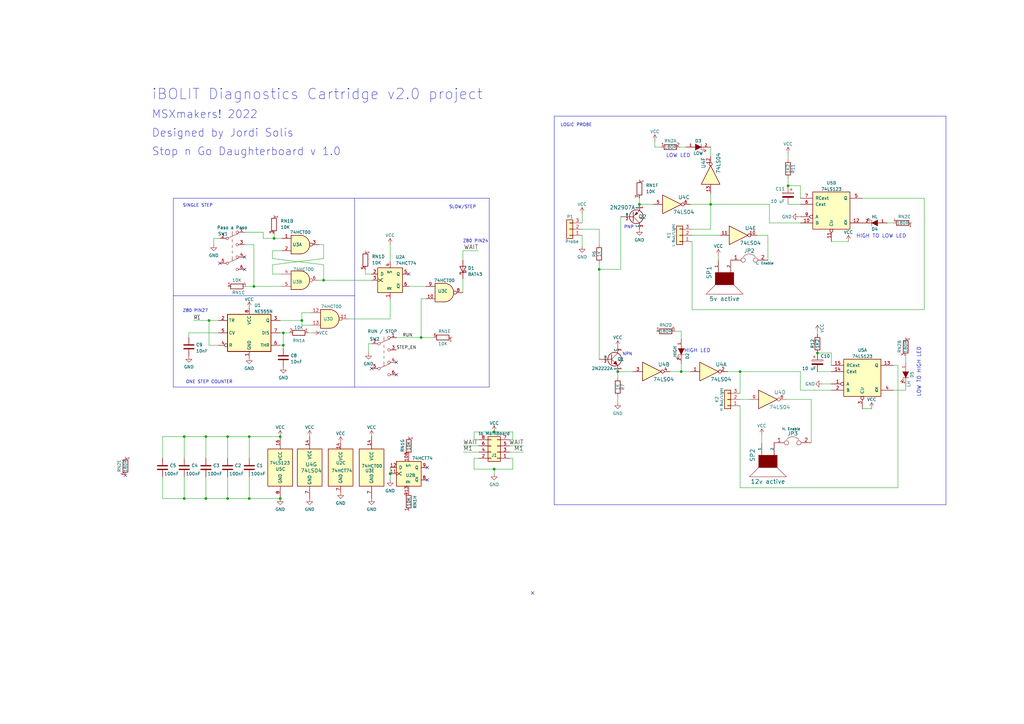
<source format=kicad_sch>
(kicad_sch (version 20231120) (generator "eeschema") (generator_version "8.0")
  (paper "A3")
  (lib_symbols
    (symbol "74xx:74LS00" (pin_names (offset 1.016))
      (property "Reference" "U" (at 0 1.27 0))
      (property "Value" "74LS00" (at 0 -1.27 0))
      (symbol "74LS00_1_1"
        (pin input line (at -7.62 2.54 0) (length 3.81) (name "~") (number "1"))
        (pin input line (at -7.62 -2.54 0) (length 3.81) (name "~") (number "2"))
        (pin output inverted (at 7.62 0 180) (length 3.81) (name "~") (number "3"))
      )
      (symbol "74LS00_1_2"
        (pin input inverted (at -7.62 2.54 0) (length 4.318) (name "~") (number "1"))
        (pin input inverted (at -7.62 -2.54 0) (length 4.318) (name "~") (number "2"))
        (pin output line (at 7.62 0 180) (length 3.81) (name "~") (number "3"))
      )
      (symbol "74LS00_2_1"
        (pin input line (at -7.62 2.54 0) (length 3.81) (name "~") (number "4"))
        (pin input line (at -7.62 -2.54 0) (length 3.81) (name "~") (number "5"))
        (pin output inverted (at 7.62 0 180) (length 3.81) (name "~") (number "6"))
      )
      (symbol "74LS00_2_2"
        (pin input inverted (at -7.62 2.54 0) (length 4.318) (name "~") (number "4"))
        (pin input inverted (at -7.62 -2.54 0) (length 4.318) (name "~") (number "5"))
        (pin output line (at 7.62 0 180) (length 3.81) (name "~") (number "6"))
      )
      (symbol "74LS00_3_1"
        (pin input line (at -7.62 -2.54 0) (length 3.81) (name "~") (number "10"))
        (pin output inverted (at 7.62 0 180) (length 3.81) (name "~") (number "8"))
        (pin input line (at -7.62 2.54 0) (length 3.81) (name "~") (number "9"))
      )
      (symbol "74LS00_3_2"
        (pin input inverted (at -7.62 -2.54 0) (length 4.318) (name "~") (number "10"))
        (pin output line (at 7.62 0 180) (length 3.81) (name "~") (number "8"))
        (pin input inverted (at -7.62 2.54 0) (length 4.318) (name "~") (number "9"))
      )
      (symbol "74LS00_4_1"
        (pin output inverted (at 7.62 0 180) (length 3.81) (name "~") (number "11"))
        (pin input line (at -7.62 2.54 0) (length 3.81) (name "~") (number "12"))
        (pin input line (at -7.62 -2.54 0) (length 3.81) (name "~") (number "13"))
      )
      (symbol "74LS00_4_2"
        (pin output line (at 7.62 0 180) (length 3.81) (name "~") (number "11"))
        (pin input inverted (at -7.62 2.54 0) (length 4.318) (name "~") (number "12"))
        (pin input inverted (at -7.62 -2.54 0) (length 4.318) (name "~") (number "13"))
      )
      (symbol "74LS00_5_0"
        (pin power_in line (at 0 12.7 270) (length 5.08) (name "VCC") (number "14"))
        (pin power_in line (at 0 -12.7 90) (length 5.08) (name "GND") (number "7"))
      )
    )
    (symbol "74xx:74LS04"
      (property "Reference" "U" (at 0 1.27 0))
      (property "Value" "74LS04" (at 0 -1.27 0))
      (symbol "74LS04_1_0"
        (pin input line (at -7.62 0 0) (length 3.81) (name "~") (number "1"))
        (pin output inverted (at 7.62 0 180) (length 3.81) (name "~") (number "2"))
      )
      (symbol "74LS04_2_0"
        (pin input line (at -7.62 0 0) (length 3.81) (name "~") (number "3"))
        (pin output inverted (at 7.62 0 180) (length 3.81) (name "~") (number "4"))
      )
      (symbol "74LS04_3_0"
        (pin input line (at -7.62 0 0) (length 3.81) (name "~") (number "5"))
        (pin output inverted (at 7.62 0 180) (length 3.81) (name "~") (number "6"))
      )
      (symbol "74LS04_4_0"
        (pin output inverted (at 7.62 0 180) (length 3.81) (name "~") (number "8"))
        (pin input line (at -7.62 0 0) (length 3.81) (name "~") (number "9"))
      )
      (symbol "74LS04_5_0"
        (pin output inverted (at 7.62 0 180) (length 3.81) (name "~") (number "10"))
        (pin input line (at -7.62 0 0) (length 3.81) (name "~") (number "11"))
      )
      (symbol "74LS04_6_0"
        (pin output inverted (at 7.62 0 180) (length 3.81) (name "~") (number "12"))
        (pin input line (at -7.62 0 0) (length 3.81) (name "~") (number "13"))
      )
      (symbol "74LS04_7_0"
        (pin power_in line (at 0 12.7 270) (length 5.08) (name "VCC") (number "14"))
        (pin power_in line (at 0 -12.7 90) (length 5.08) (name "GND") (number "7"))
      )
    )
    (symbol "74xx:74LS123" (pin_names (offset 1.016))
      (property "Reference" "U" (at -7.62 8.89 0))
      (property "Value" "74LS123" (at -7.62 -8.89 0))
      (symbol "74LS123_1_0"
        (pin input inverted (at -12.7 -2.54 0) (length 5.08) (name "A") (number "1"))
        (pin output line (at 12.7 5.08 180) (length 5.08) (name "Q") (number "13"))
        (pin input line (at -12.7 2.54 0) (length 5.08) (name "Cext") (number "14"))
        (pin input line (at -12.7 5.08 0) (length 5.08) (name "RCext") (number "15"))
        (pin input line (at -12.7 -5.08 0) (length 5.08) (name "B") (number "2"))
        (pin input inverted (at 0 -12.7 90) (length 5.08) (name "Clr") (number "3"))
        (pin output line (at 12.7 -5.08 180) (length 5.08) (name "~{Q}") (number "4"))
      )
      (symbol "74LS123_2_0"
        (pin input line (at -12.7 -5.08 0) (length 5.08) (name "B") (number "10"))
        (pin input inverted (at 0 -12.7 90) (length 5.08) (name "Clr") (number "11"))
        (pin output line (at 12.7 -5.08 180) (length 5.08) (name "~{Q}") (number "12"))
        (pin output line (at 12.7 5.08 180) (length 5.08) (name "Q") (number "5"))
        (pin input line (at -12.7 2.54 0) (length 5.08) (name "Cext") (number "6"))
        (pin input line (at -12.7 5.08 0) (length 5.08) (name "RCext") (number "7"))
        (pin input inverted (at -12.7 -2.54 0) (length 5.08) (name "A") (number "9"))
      )
      (symbol "74LS123_3_0"
        (pin power_in line (at 0 12.7 270) (length 5.08) (name "VCC") (number "16"))
        (pin power_in line (at 0 -12.7 90) (length 5.08) (name "GND") (number "8"))
      )
    )
    (symbol "74xx:74LS74" (pin_names (offset 1.016))
      (property "Reference" "U" (at -7.62 8.89 0))
      (property "Value" "74LS74" (at -7.62 -8.89 0))
      (symbol "74LS74_1_0"
        (pin input line (at 0 -7.62 90) (length 2.54) (name "~{R}") (number "1"))
        (pin input line (at -7.62 2.54 0) (length 2.54) (name "D") (number "2"))
        (pin input clock (at -7.62 0 0) (length 2.54) (name "C") (number "3"))
        (pin input line (at 0 7.62 270) (length 2.54) (name "~{S}") (number "4"))
        (pin output line (at 7.62 2.54 180) (length 2.54) (name "Q") (number "5"))
        (pin output line (at 7.62 -2.54 180) (length 2.54) (name "~{Q}") (number "6"))
      )
      (symbol "74LS74_2_0"
        (pin input line (at 0 7.62 270) (length 2.54) (name "~{S}") (number "10"))
        (pin input clock (at -7.62 0 0) (length 2.54) (name "C") (number "11"))
        (pin input line (at -7.62 2.54 0) (length 2.54) (name "D") (number "12"))
        (pin input line (at 0 -7.62 90) (length 2.54) (name "~{R}") (number "13"))
        (pin output line (at 7.62 -2.54 180) (length 2.54) (name "~{Q}") (number "8"))
        (pin output line (at 7.62 2.54 180) (length 2.54) (name "Q") (number "9"))
      )
      (symbol "74LS74_3_0"
        (pin power_in line (at 0 10.16 270) (length 2.54) (name "VCC") (number "14"))
        (pin power_in line (at 0 -10.16 90) (length 2.54) (name "GND") (number "7"))
      )
    )
    (symbol "Connector_Generic:Conn_01x03" (pin_names (offset 1.016) hide)
      (property "Reference" "J" (at 0 5.08 0))
      (property "Value" "Conn_01x03" (at 0 -5.08 0))
      (symbol "Conn_01x03_1_1"
        (pin passive line (at -5.08 2.54 0) (length 3.81) (name "Pin_1") (number "1"))
        (pin passive line (at -5.08 0 0) (length 3.81) (name "Pin_2") (number "2"))
        (pin passive line (at -5.08 -2.54 0) (length 3.81) (name "Pin_3") (number "3"))
      )
    )
    (symbol "Connector_Generic:Conn_02x04_Odd_Even" (pin_names (offset 1.016) hide)
      (property "Reference" "J" (at 1.27 5.08 0))
      (property "Value" "Conn_02x04_Odd_Even" (at 1.27 -7.62 0))
      (symbol "Conn_02x04_Odd_Even_1_1"
        (pin passive line (at -5.08 2.54 0) (length 3.81) (name "Pin_1") (number "1"))
        (pin passive line (at 7.62 2.54 180) (length 3.81) (name "Pin_2") (number "2"))
        (pin passive line (at -5.08 0 0) (length 3.81) (name "Pin_3") (number "3"))
        (pin passive line (at 7.62 0 180) (length 3.81) (name "Pin_4") (number "4"))
        (pin passive line (at -5.08 -2.54 0) (length 3.81) (name "Pin_5") (number "5"))
        (pin passive line (at 7.62 -2.54 180) (length 3.81) (name "Pin_6") (number "6"))
        (pin passive line (at -5.08 -5.08 0) (length 3.81) (name "Pin_7") (number "7"))
        (pin passive line (at 7.62 -5.08 180) (length 3.81) (name "Pin_8") (number "8"))
      )
    )
    (symbol "Device:C" (pin_numbers hide) (pin_names (offset 0.254))
      (property "Reference" "C" (at 0.635 2.54 0))
      (property "Value" "C" (at 0.635 -2.54 0))
      (symbol "C_1_1"
        (pin passive line (at 0 3.81 270) (length 2.794) (name "~") (number "1"))
        (pin passive line (at 0 -3.81 90) (length 2.794) (name "~") (number "2"))
      )
    )
    (symbol "Device:C_Polarized" (pin_numbers hide) (pin_names (offset 0.254))
      (property "Reference" "C" (at 0.635 2.54 0))
      (property "Value" "C_Polarized" (at 0.635 -2.54 0))
      (symbol "C_Polarized_1_1"
        (pin passive line (at 0 3.81 270) (length 2.794) (name "~") (number "1"))
        (pin passive line (at 0 -3.81 90) (length 2.794) (name "~") (number "2"))
      )
    )
    (symbol "Device:R" (pin_numbers hide) (pin_names (offset 0))
      (property "Reference" "R" (at 2.032 0 90))
      (property "Value" "R" (at 0 0 90))
      (symbol "R_1_1"
        (pin passive line (at 0 3.81 270) (length 1.27) (name "~") (number "1"))
        (pin passive line (at 0 -3.81 90) (length 1.27) (name "~") (number "2"))
      )
    )
    (symbol "Device:R_Network05_Split" (pin_names (offset 0) hide)
      (property "Reference" "RN" (at 2.032 0 90))
      (property "Value" "R_Network05_Split" (at 0 0 90))
      (symbol "R_Network05_Split_1_1"
        (pin passive line (at 0 3.81 270) (length 1.27) (name "R1.1") (number "1"))
        (pin passive line (at 0 -3.81 90) (length 1.27) (name "R1.2") (number "2"))
      )
      (symbol "R_Network05_Split_2_1"
        (text "1" (at 0.889 3.175 900) (effects (font (size 1.27 1.27))))
        (pin passive line (at 0 -3.81 90) (length 1.27) (name "R2.2") (number "3"))
      )
      (symbol "R_Network05_Split_3_1"
        (text "1" (at 0.889 3.175 900) (effects (font (size 1.27 1.27))))
        (pin passive line (at 0 -3.81 90) (length 1.27) (name "R3.2") (number "4"))
      )
      (symbol "R_Network05_Split_4_1"
        (text "1" (at 0.889 3.175 900) (effects (font (size 1.27 1.27))))
        (pin passive line (at 0 -3.81 90) (length 1.27) (name "R4.2") (number "5"))
      )
      (symbol "R_Network05_Split_5_1"
        (text "1" (at 0.889 3.175 900) (effects (font (size 1.27 1.27))))
        (pin passive line (at 0 -3.81 90) (length 1.27) (name "R5.2") (number "6"))
      )
    )
    (symbol "Device:R_Network08_Split" (pin_names (offset 0) hide)
      (property "Reference" "RN" (at 2.032 0 90))
      (property "Value" "R_Network08_Split" (at 0 0 90))
      (symbol "R_Network08_Split_1_1"
        (pin passive line (at 0 3.81 270) (length 1.27) (name "R1.1") (number "1"))
        (pin passive line (at 0 -3.81 90) (length 1.27) (name "R1.2") (number "2"))
      )
      (symbol "R_Network08_Split_2_1"
        (text "1" (at 0.889 3.175 900) (effects (font (size 1.27 1.27))))
        (pin passive line (at 0 -3.81 90) (length 1.27) (name "R2.2") (number "3"))
      )
      (symbol "R_Network08_Split_3_1"
        (text "1" (at 0.889 3.175 900) (effects (font (size 1.27 1.27))))
        (pin passive line (at 0 -3.81 90) (length 1.27) (name "R3.2") (number "4"))
      )
      (symbol "R_Network08_Split_4_1"
        (text "1" (at 0.889 3.175 900) (effects (font (size 1.27 1.27))))
        (pin passive line (at 0 -3.81 90) (length 1.27) (name "R4.2") (number "5"))
      )
      (symbol "R_Network08_Split_5_1"
        (text "1" (at 0.889 3.175 900) (effects (font (size 1.27 1.27))))
        (pin passive line (at 0 -3.81 90) (length 1.27) (name "R5.2") (number "6"))
      )
      (symbol "R_Network08_Split_6_1"
        (text "1" (at 0.889 3.175 900) (effects (font (size 1.27 1.27))))
        (pin passive line (at 0 -3.81 90) (length 1.27) (name "R6.2") (number "7"))
      )
      (symbol "R_Network08_Split_7_1"
        (text "1" (at 0.889 3.175 900) (effects (font (size 1.27 1.27))))
        (pin passive line (at 0 -3.81 90) (length 1.27) (name "R7.2") (number "8"))
      )
      (symbol "R_Network08_Split_8_1"
        (text "1" (at 0.889 3.175 900) (effects (font (size 1.27 1.27))))
        (pin passive line (at 0 -3.81 90) (length 1.27) (name "R8.2") (number "9"))
      )
    )
    (symbol "Diode:BAT43" (pin_numbers hide) (pin_names (offset 1.016) hide)
      (property "Reference" "D" (at 0 2.54 0))
      (property "Value" "BAT43" (at 0 -2.54 0))
      (symbol "BAT43_1_1"
        (pin passive line (at -3.81 0 0) (length 2.54) (name "K") (number "1"))
        (pin passive line (at 3.81 0 180) (length 2.54) (name "A") (number "2"))
      )
    )
    (symbol "Switch:SW_Push_DPDT" (pin_names (offset 0) hide)
      (property "Reference" "SW" (at 0 8.89 0))
      (property "Value" "SW_Push_DPDT" (at 0 -10.16 0))
      (symbol "SW_Push_DPDT_1_1"
        (pin passive line (at 5.08 7.62 180) (length 2.54) (name "A") (number "1"))
        (pin passive line (at -5.08 5.08 0) (length 2.54) (name "B") (number "2"))
        (pin passive line (at 5.08 2.54 180) (length 2.54) (name "C") (number "3"))
        (pin passive line (at 5.08 -2.54 180) (length 2.54) (name "A") (number "4"))
        (pin passive line (at -5.08 -5.08 0) (length 2.54) (name "B") (number "5"))
        (pin passive line (at 5.08 -7.62 180) (length 2.54) (name "C") (number "6"))
      )
    )
    (symbol "Timer:NE555P"
      (property "Reference" "U" (at -10.16 8.89 0))
      (property "Value" "NE555P" (at 2.54 8.89 0))
      (symbol "NE555P_0_0"
        (pin power_in line (at 0 -10.16 90) (length 2.54) (name "GND") (number "1"))
        (pin power_in line (at 0 10.16 270) (length 2.54) (name "VCC") (number "8"))
      )
      (symbol "NE555P_1_1"
        (pin input line (at -12.7 5.08 0) (length 3.81) (name "TR") (number "2"))
        (pin output line (at 12.7 5.08 180) (length 3.81) (name "Q") (number "3"))
        (pin input inverted (at -12.7 -5.08 0) (length 3.81) (name "R") (number "4"))
        (pin input line (at -12.7 0 0) (length 3.81) (name "CV") (number "5"))
        (pin input line (at 12.7 -5.08 180) (length 3.81) (name "THR") (number "6"))
        (pin input line (at 12.7 0 180) (length 3.81) (name "DIS") (number "7"))
      )
    )
    (symbol "power:GND" (power) (pin_names (offset 0))
      (property "Value" "GND" (at 0 -3.81 0))
      (symbol "GND_1_1"
        (pin power_in line (at 0 0 270) (length 0) hide (name "GND") (number "1"))
      )
    )
    (symbol "power:VCC" (power) (pin_names (offset 0))
      (property "Value" "VCC" (at 0 3.81 0))
      (symbol "VCC_1_1"
        (pin power_in line (at 0 0 90) (length 0) hide (name "VCC") (number "1"))
      )
    )
    (symbol "s100_Bus-Extender-rescue:JUMPER" (pin_names (offset 0.762) hide)
      (property "Reference" "JP" (at 0 3.81 0))
      (property "Value" "JUMPER" (at 0 -2.032 0))
      (symbol "JUMPER_0_1"
        (pin passive line (at -7.62 0 0) (length 4.191) (name "1") (number "1"))
        (pin passive line (at 7.62 0 180) (length 4.191) (name "2") (number "2"))
      )
    )
    (symbol "s100_Bus-Extender-rescue:LED-RESCUE-s100_Bus_Extender" (pin_names (offset 1.016) hide)
      (property "Reference" "D" (at 0 2.54 0))
      (property "Value" "LED-RESCUE-s100_Bus_Extender" (at 0 -2.54 0))
      (symbol "LED-RESCUE-s100_Bus_Extender_1_1"
        (pin passive line (at -5.08 0 0) (length 3.81) (name "A") (number "1"))
        (pin passive line (at 5.08 0 180) (length 3.81) (name "K") (number "2"))
      )
    )
    (symbol "s100_Bus-Extender-rescue:NPN" (pin_names (offset 0))
      (property "Reference" "Q" (at 0 -3.81 0))
      (property "Value" "NPN" (at 0 3.81 0))
      (symbol "NPN_1_1"
        (pin passive line (at 2.54 -5.08 90) (length 2.54) (name "E") (number "1"))
        (pin input line (at -5.08 0 0) (length 5.08) (name "B") (number "2"))
        (pin passive line (at 2.54 5.08 270) (length 2.54) (name "C") (number "3"))
      )
    )
    (symbol "s100_Bus-Extender-rescue:PNP" (pin_names (offset 0))
      (property "Reference" "Q" (at 0 -3.81 0))
      (property "Value" "PNP" (at 0 3.81 0))
      (symbol "PNP_1_1"
        (pin passive line (at 2.54 -5.08 90) (length 2.54) (name "E") (number "1"))
        (pin input line (at -5.08 0 0) (length 5.08) (name "B") (number "2"))
        (pin passive line (at 2.54 5.08 270) (length 2.54) (name "C") (number "3"))
      )
    )
    (symbol "s100_Bus-Extender-rescue:SPEAKER" (pin_numbers hide) (pin_names (offset 0))
      (property "Reference" "SP" (at -2.54 6.35 0))
      (property "Value" "SPEAKER" (at 12.7 0 0))
      (symbol "SPEAKER_1_1"
        (pin input line (at -7.62 2.54 0) (length 5.08) (name "1") (number "1"))
        (pin input line (at -7.62 -2.54 0) (length 5.08) (name "2") (number "2"))
        (pin power_in line (at 1.27 -11.43 90) (length 7.62) hide (name "GND") (number "3"))
        (pin power_in line (at -2.54 -11.43 90) (length 7.62) hide (name "GND") (number "4"))
      )
    )
  )
  (junction (at 160.02 194.31))
  (junction (at 253.365 152.4))
  (junction (at 123.825 131.445))
  (junction (at 116.205 141.605))
  (junction (at 112.395 97.79))
  (junction (at 114.935 179.07))
  (junction (at 84.455 179.07))
  (junction (at 102.235 204.47))
  (junction (at 114.935 204.47))
  (junction (at 172.72 138.43))
  (junction (at 262.255 83.82))
  (junction (at 75.565 204.47))
  (junction (at 102.235 179.07))
  (junction (at 335.28 144.78))
  (junction (at 75.565 179.07))
  (junction (at 93.345 179.07))
  (junction (at 291.465 83.82))
  (junction (at 245.745 110.49))
  (junction (at 202.692 192.405))
  (junction (at 303.53 152.4))
  (junction (at 279.4 152.4))
  (junction (at 84.455 204.47))
  (junction (at 323.215 76.2))
  (junction (at 202.692 177.165))
  (junction (at 116.205 136.525))
  (junction (at 85.725 131.445))
  (junction (at 132.715 114.935))
  (junction (at 93.345 204.47))
  (junction (at 104.14 117.475))
  (no_connect (at 100.33 105.41))
  (no_connect (at 51.435 194.945))
  (no_connect (at 175.26 191.77))
  (no_connect (at 175.26 196.85))
  (no_connect (at 167.64 112.395))
  (no_connect (at 162.56 153.67))
  (no_connect (at 152.4 151.13))
  (no_connect (at 90.17 107.95))
  (no_connect (at 218.44 243.205))
  (no_connect (at 100.33 110.49))
  (no_connect (at 162.56 148.59))
  (wire (pts (xy 111.76 102.87) (xy 111.76 106.045)))
  (wire (pts (xy 189.865 114.3) (xy 189.865 120.015)))
  (wire (pts (xy 84.455 187.96) (xy 84.455 179.07)))
  (wire (pts (xy 107.95 97.79) (xy 112.395 97.79)))
  (polyline (pts (xy 145.415 81.28) (xy 71.12 81.28)))
  (wire (pts (xy 262.255 81.28) (xy 262.255 83.82)))
  (wire (pts (xy 66.675 179.07) (xy 75.565 179.07)))
  (wire (pts (xy 111.76 112.395) (xy 115.57 112.395)))
  (wire (pts (xy 323.215 73.025) (xy 323.215 76.2)))
  (wire (pts (xy 253.365 162.56) (xy 253.365 165.1)))
  (wire (pts (xy 254.635 88.9) (xy 254.635 110.49)))
  (wire (pts (xy 245.745 110.49) (xy 254.635 110.49)))
  (wire (pts (xy 238.76 87.63) (xy 238.76 91.44)))
  (polyline (pts (xy 387.985 47.625) (xy 227.33 47.625)))
  (wire (pts (xy 104.14 100.33) (xy 104.14 117.475)))
  (wire (pts (xy 245.745 93.98) (xy 245.745 100.33)))
  (wire (pts (xy 85.725 141.605) (xy 85.725 131.445)))
  (wire (pts (xy 371.475 146.05) (xy 371.475 148.59)))
  (polyline (pts (xy 71.12 121.285) (xy 145.415 121.285)))
  (wire (pts (xy 152.4 112.395) (xy 149.86 112.395)))
  (wire (pts (xy 194.437 180.34) (xy 194.437 177.165)))
  (polyline (pts (xy 145.415 121.285) (xy 145.415 158.75)))
  (wire (pts (xy 85.725 131.445) (xy 89.535 131.445)))
  (wire (pts (xy 268.605 57.785) (xy 268.605 60.325)))
  (wire (pts (xy 283.845 96.52) (xy 295.275 96.52)))
  (wire (pts (xy 312.42 181.61) (xy 312.42 178.435)))
  (wire (pts (xy 202.692 177.165) (xy 210.312 177.165)))
  (wire (pts (xy 177.8 138.43) (xy 172.72 138.43)))
  (wire (pts (xy 149.86 112.395) (xy 149.86 110.49)))
  (polyline (pts (xy 200.66 158.75) (xy 145.415 158.75)))
  (wire (pts (xy 84.455 204.47) (xy 93.345 204.47)))
  (wire (pts (xy 102.235 204.47) (xy 102.235 195.58)))
  (wire (pts (xy 278.765 60.325) (xy 281.305 60.325)))
  (wire (pts (xy 209.042 182.88) (xy 214.757 182.88)))
  (polyline (pts (xy 387.985 207.01) (xy 387.985 47.625)))
  (wire (pts (xy 314.96 96.52) (xy 314.96 106.68)))
  (wire (pts (xy 303.53 163.83) (xy 307.34 163.83)))
  (wire (pts (xy 262.255 83.82) (xy 267.97 83.82)))
  (wire (pts (xy 84.455 195.58) (xy 84.455 204.47)))
  (wire (pts (xy 210.312 187.96) (xy 209.042 187.96)))
  (wire (pts (xy 123.825 128.27) (xy 127.635 128.27)))
  (wire (pts (xy 89.535 141.605) (xy 85.725 141.605)))
  (wire (pts (xy 194.437 177.165) (xy 202.692 177.165)))
  (wire (pts (xy 335.28 152.4) (xy 340.995 152.4)))
  (wire (pts (xy 210.312 187.96) (xy 210.312 192.405)))
  (wire (pts (xy 283.21 83.82) (xy 291.465 83.82)))
  (wire (pts (xy 315.595 91.44) (xy 328.295 91.44)))
  (wire (pts (xy 328.295 81.28) (xy 328.295 76.2)))
  (wire (pts (xy 116.205 136.525) (xy 118.745 136.525)))
  (wire (pts (xy 132.715 100.33) (xy 132.715 106.045)))
  (wire (pts (xy 79.375 131.445) (xy 85.725 131.445)))
  (wire (pts (xy 315.595 83.82) (xy 315.595 91.44)))
  (wire (pts (xy 279.4 135.89) (xy 279.4 139.065)))
  (wire (pts (xy 128.27 136.525) (xy 126.365 136.525)))
  (wire (pts (xy 291.465 93.98) (xy 283.845 93.98)))
  (wire (pts (xy 75.565 179.07) (xy 75.565 187.96)))
  (wire (pts (xy 253.365 152.4) (xy 253.365 154.94)))
  (wire (pts (xy 303.53 166.37) (xy 303.53 200.025)))
  (wire (pts (xy 189.992 185.42) (xy 196.342 185.42)))
  (wire (pts (xy 174.625 122.555) (xy 172.72 122.555)))
  (wire (pts (xy 107.95 95.25) (xy 107.95 97.79)))
  (wire (pts (xy 132.715 114.935) (xy 130.81 114.935)))
  (wire (pts (xy 160.02 191.77) (xy 160.02 194.31)))
  (wire (pts (xy 114.935 131.445) (xy 123.825 131.445)))
  (wire (pts (xy 303.53 161.29) (xy 303.53 152.4)))
  (wire (pts (xy 323.215 83.82) (xy 328.295 83.82)))
  (wire (pts (xy 93.345 187.96) (xy 93.345 179.07)))
  (wire (pts (xy 368.3 149.86) (xy 366.395 149.86)))
  (wire (pts (xy 123.825 131.445) (xy 123.825 128.27)))
  (wire (pts (xy 100.33 95.25) (xy 107.95 95.25)))
  (wire (pts (xy 111.76 108.585) (xy 111.76 112.395)))
  (wire (pts (xy 84.455 179.07) (xy 93.345 179.07)))
  (polyline (pts (xy 145.415 81.28) (xy 200.66 81.28)))
  (wire (pts (xy 116.205 141.605) (xy 116.205 142.875)))
  (wire (pts (xy 353.695 81.28) (xy 379.095 81.28)))
  (wire (pts (xy 75.565 204.47) (xy 84.455 204.47)))
  (wire (pts (xy 75.565 179.07) (xy 84.455 179.07)))
  (wire (pts (xy 115.57 102.87) (xy 111.76 102.87)))
  (wire (pts (xy 283.845 127) (xy 379.095 127)))
  (wire (pts (xy 196.342 187.96) (xy 194.437 187.96)))
  (wire (pts (xy 245.745 93.98) (xy 238.76 93.98)))
  (wire (pts (xy 189.865 102.87) (xy 189.865 106.68)))
  (wire (pts (xy 66.675 195.58) (xy 66.675 204.47)))
  (wire (pts (xy 132.715 106.045) (xy 111.76 108.585)))
  (polyline (pts (xy 145.415 158.75) (xy 71.12 158.75)))
  (wire (pts (xy 209.042 185.42) (xy 214.757 185.42)))
  (wire (pts (xy 298.45 152.4) (xy 303.53 152.4)))
  (wire (pts (xy 283.845 127) (xy 283.845 99.06)))
  (wire (pts (xy 90.17 97.79) (xy 87.63 97.79)))
  (wire (pts (xy 151.13 140.97) (xy 152.4 140.97)))
  (wire (pts (xy 353.695 167.64) (xy 357.505 167.64)))
  (wire (pts (xy 202.692 192.405) (xy 202.692 194.31)))
  (wire (pts (xy 66.675 179.07) (xy 66.675 187.96)))
  (wire (pts (xy 347.98 99.06) (xy 340.995 99.06)))
  (wire (pts (xy 194.437 187.96) (xy 194.437 192.405)))
  (wire (pts (xy 189.992 182.88) (xy 196.342 182.88)))
  (wire (pts (xy 93.345 179.07) (xy 102.235 179.07)))
  (wire (pts (xy 303.53 200.025) (xy 368.3 200.025)))
  (wire (pts (xy 332.74 163.83) (xy 332.74 181.61)))
  (polyline (pts (xy 145.415 121.285) (xy 145.415 81.28)))
  (wire (pts (xy 210.312 180.34) (xy 209.042 180.34)))
  (polyline (pts (xy 200.66 81.28) (xy 200.66 158.75)))
  (wire (pts (xy 66.675 204.47) (xy 75.565 204.47)))
  (polyline (pts (xy 227.33 47.625) (xy 227.33 207.01)))
  (wire (pts (xy 194.437 192.405) (xy 202.692 192.405)))
  (wire (pts (xy 167.64 117.475) (xy 174.625 117.475)))
  (polyline (pts (xy 71.12 121.285) (xy 71.12 158.75)))
  (wire (pts (xy 132.715 100.33) (xy 130.81 100.33)))
  (wire (pts (xy 315.595 83.82) (xy 291.465 83.82)))
  (wire (pts (xy 112.395 97.79) (xy 115.57 97.79)))
  (polyline (pts (xy 71.12 81.28) (xy 71.12 121.285)))
  (wire (pts (xy 93.345 204.47) (xy 102.235 204.47)))
  (wire (pts (xy 253.365 151.765) (xy 253.365 152.4)))
  (wire (pts (xy 114.935 136.525) (xy 116.205 136.525)))
  (wire (pts (xy 294.64 106.68) (xy 294.64 104.775)))
  (wire (pts (xy 172.72 122.555) (xy 172.72 138.43)))
  (wire (pts (xy 160.02 130.81) (xy 160.02 122.555)))
  (wire (pts (xy 379.095 81.28) (xy 379.095 127)))
  (wire (pts (xy 160.02 100.33) (xy 160.02 107.315)))
  (wire (pts (xy 274.955 152.4) (xy 279.4 152.4)))
  (wire (pts (xy 151.13 140.97) (xy 151.13 144.78)))
  (wire (pts (xy 102.235 179.07) (xy 102.235 187.96)))
  (wire (pts (xy 202.692 192.405) (xy 210.312 192.405)))
  (wire (pts (xy 335.28 135.89) (xy 335.28 137.16)))
  (wire (pts (xy 172.72 138.43) (xy 162.56 138.43)))
  (wire (pts (xy 291.465 60.325) (xy 291.465 64.135)))
  (wire (pts (xy 160.02 194.31) (xy 160.02 196.85)))
  (wire (pts (xy 366.395 160.02) (xy 371.475 160.02)))
  (wire (pts (xy 368.3 200.025) (xy 368.3 149.86)))
  (wire (pts (xy 279.4 152.4) (xy 283.21 152.4)))
  (wire (pts (xy 100.965 117.475) (xy 104.14 117.475)))
  (wire (pts (xy 132.715 114.935) (xy 152.4 114.935)))
  (wire (pts (xy 77.47 138.43) (xy 77.47 136.525)))
  (wire (pts (xy 112.395 95.885) (xy 112.395 97.79)))
  (wire (pts (xy 115.57 117.475) (xy 104.14 117.475)))
  (wire (pts (xy 363.855 91.44) (xy 366.395 91.44)))
  (wire (pts (xy 114.935 204.47) (xy 102.235 204.47)))
  (wire (pts (xy 268.605 60.325) (xy 271.145 60.325)))
  (wire (pts (xy 127.635 133.35) (xy 123.825 133.35)))
  (wire (pts (xy 337.185 157.48) (xy 340.995 157.48)))
  (wire (pts (xy 291.465 79.375) (xy 291.465 83.82)))
  (wire (pts (xy 132.715 108.585) (xy 132.715 114.935)))
  (wire (pts (xy 100.33 100.33) (xy 104.14 100.33)))
  (wire (pts (xy 238.76 96.52) (xy 238.76 100.965)))
  (wire (pts (xy 335.28 144.78) (xy 340.995 144.78)))
  (wire (pts (xy 87.63 97.79) (xy 87.63 100.33)))
  (wire (pts (xy 245.745 110.49) (xy 245.745 147.32)))
  (wire (pts (xy 75.565 195.58) (xy 75.565 204.47)))
  (wire (pts (xy 371.475 160.02) (xy 371.475 158.75)))
  (wire (pts (xy 245.745 107.95) (xy 245.745 110.49)))
  (wire (pts (xy 340.995 149.86) (xy 340.995 144.78)))
  (wire (pts (xy 276.86 135.89) (xy 279.4 135.89)))
  (wire (pts (xy 210.312 177.165) (xy 210.312 180.34)))
  (wire (pts (xy 123.825 133.35) (xy 123.825 131.445)))
  (polyline (pts (xy 227.33 207.01) (xy 387.985 207.01)))
  (wire (pts (xy 328.295 152.4) (xy 328.295 160.02)))
  (wire (pts (xy 77.47 136.525) (xy 89.535 136.525)))
  (wire (pts (xy 279.4 149.225) (xy 279.4 152.4)))
  (wire (pts (xy 253.365 152.4) (xy 259.715 152.4)))
  (wire (pts (xy 328.295 160.02) (xy 340.995 160.02)))
  (wire (pts (xy 291.465 83.82) (xy 291.465 93.98)))
  (wire (pts (xy 111.76 106.045) (xy 132.715 108.585)))
  (wire (pts (xy 93.345 195.58) (xy 93.345 204.47)))
  (wire (pts (xy 323.215 62.865) (xy 323.215 65.405)))
  (wire (pts (xy 327.66 88.9) (xy 328.295 88.9)))
  (wire (pts (xy 114.935 179.07) (xy 102.235 179.07)))
  (wire (pts (xy 303.53 152.4) (xy 328.295 152.4)))
  (wire (pts (xy 116.205 141.605) (xy 116.205 136.525)))
  (wire (pts (xy 322.58 163.83) (xy 332.74 163.83)))
  (wire (pts (xy 310.515 96.52) (xy 314.96 96.52)))
  (wire (pts (xy 196.342 180.34) (xy 194.437 180.34)))
  (wire (pts (xy 189.865 102.87) (xy 196.215 102.87)))
  (wire (pts (xy 142.875 130.81) (xy 160.02 130.81)))
  (wire (pts (xy 328.295 76.2) (xy 323.215 76.2)))
  (wire (pts (xy 114.935 141.605) (xy 116.205 141.605)))
  (text "LOGIC PROBE" (at 229.87 52.07 0) (effects (font (size 1.27 1.27)) (justify left bottom)))
  (text "Stop n Go Daughterboard v 1.0" (at 62.23 64.135 0) (effects (font (size 3.2258 3.2258)) (justify left bottom)))
  (text "Designed by Jordi Solís" (at 62.23 56.515 0) (effects (font (size 3.2258 3.2258)) (justify left bottom)))
  (text "MSXmakers! 2022" (at 62.23 48.895 0) (effects (font (size 3.2258 3.2258)) (justify left bottom)))
  (text "ONE STEP COUNTER" (at 76.2 157.48 0) (effects (font (size 1.27 1.27)) (justify left bottom)))
  (text "HIGH TO LOW LED" (at 351.155 97.79 0) (effects (font (size 1.524 1.524)) (justify left bottom)))
  (text "LOW TO HIGH LED" (at 377.825 142.24 90) (effects (font (size 1.524 1.524)) (justify right bottom)))
  (text "iBOLIT Diagnostics Cartridge v2.0 project" (at 62.23 41.275 0) (effects (font (size 4.318 4.318)) (justify left bottom)))
  (text "HIGH LED" (at 291.465 144.78 0) (effects (font (size 1.524 1.524)) (justify right bottom)))
  (text "NPN" (at 255.27 146.05 0) (effects (font (size 1.27 1.27)) (justify left bottom)))
  (text "Z80 PIN24" (at 189.865 99.695 0) (effects (font (size 1.27 1.27)) (justify left bottom)))
  (text "SINGLE STEP" (at 74.93 85.09 0) (effects (font (size 1.27 1.27)) (justify left bottom)))
  (text "LOW LED" (at 283.21 64.77 0) (effects (font (size 1.524 1.524)) (justify right bottom)))
  (text "PNP" (at 255.905 93.98 0) (effects (font (size 1.27 1.27)) (justify left bottom)))
  (text "SLOW/STEP" (at 184.15 85.725 0) (effects (font (size 1.27 1.27)) (justify left bottom)))
  (text "Z80 PIN27" (at 74.93 128.27 0) (effects (font (size 1.27 1.27)) (justify left bottom)))
  (label "~{M1}" (at 79.375 131.445 0))
  (label "M1" (at 214.757 185.42 180) (effects (font (size 1.778 1.778))))
  (label "RUN" (at 165.1 138.43 0))
  (label "STEP_EN" (at 162.56 143.51 0))
  (label "WAIT" (at 214.757 182.88 180) (effects (font (size 1.778 1.778))))
  (label "M1" (at 189.992 185.42 0) (effects (font (size 1.778 1.778))))
  (label "WAIT" (at 196.215 102.87 180) (effects (font (size 1.778 1.778))))
  (label "WAIT" (at 189.992 182.88 0) (effects (font (size 1.778 1.778))))
  (symbol (lib_id "Timer:NE555P") (at 102.235 136.525 0) (unit 1)
    (property "Reference" "U1" (at 104.2544 125.2052 0) (effects (justify left)))
    (property "Value" "NE555N" (at 104.2544 127.7421 0) (effects (justify left)))
    (property "Footprint" "MSXmakers:DIP-8c_W7.62mm_LongPads" (effects (hide yes)))
    (property "Datasheet" "http://www.ti.com/lit/ds/symlink/ne555.pdf" (effects (hide yes)))
  )
  (symbol (lib_id "s100_Bus-Extender-rescue:LED-RESCUE-s100_Bus_Extender") (at 358.775 91.44 180) (unit 1)
    (property "Reference" "D4" (at 358.775 93.98 0))
    (property "Value" "HL" (at 358.775 88.9 0))
    (property "Footprint" "LED_THT:LED_D3.0mm" (effects (hide yes)))
  )
  (symbol (lib_id "power:GND") (at 202.692 194.31 0) (unit 1)
    (property "Reference" "#PWR02" (effects (hide yes)))
    (property "Value" "GND" (at 202.692 198.7534 0))
  )
  (symbol (lib_id "Device:C_Polarized") (at 323.215 80.01 0) (mirror y) (unit 1)
    (property "Reference" "C11" (at 321.945 77.47 0) (effects (justify left)))
    (property "Value" "10 uF" (at 321.945 82.55 0) (effects (justify left)))
    (property "Footprint" "Capacitor_THT:CP_Radial_D5.0mm_P2.50mm" (effects (hide yes)))
  )
  (symbol (lib_id "power:VCC") (at 127 179.07 0) (unit 1)
    (property "Reference" "#PWR015" (effects (hide yes)))
    (property "Value" "VCC" (at 128.905 175.26 0) (effects (justify right)))
  )
  (symbol (lib_id "power:VCC") (at 202.692 177.165 0) (unit 1)
    (property "Reference" "#PWR01" (effects (hide yes)))
    (property "Value" "VCC" (at 202.692 173.5892 0))
  )
  (symbol (lib_id "Device:R_Network08_Split") (at 167.64 182.88 0) (unit 7)
    (property "Reference" "RN1" (at 165.1 185.42 90) (effects (justify left)))
    (property "Value" "10K" (at 167.64 184.785 90) (effects (justify left)))
    (property "Footprint" "Resistor_THT:R_Array_SIP9" (effects (hide yes)))
    (property "Datasheet" "http://www.vishay.com/docs/31509/csc.pdf" (effects (hide yes)))
  )
  (symbol (lib_id "s100_Bus-Extender-rescue:LED-RESCUE-s100_Bus_Extender") (at 371.475 153.67 270) (unit 1)
    (property "Reference" "D5" (at 374.015 153.67 0))
    (property "Value" "LH" (at 372.745 157.48 0))
    (property "Footprint" "LED_THT:LED_D3.0mm" (effects (hide yes)))
  )
  (symbol (lib_id "power:GND") (at 160.02 196.85 0) (unit 1)
    (property "Reference" "#PWR017" (effects (hide yes)))
    (property "Value" "GND" (at 160.02 201.2934 0))
  )
  (symbol (lib_id "power:VCC") (at 238.76 87.63 0) (unit 1)
    (property "Reference" "#PWR0101" (effects (hide yes)))
    (property "Value" "VCC" (at 240.665 83.82 0) (effects (justify right)))
  )
  (symbol (lib_id "74xx:74LS74") (at 167.64 194.31 0) (unit 2)
    (property "Reference" "U2" (at 166.37 194.945 0) (effects (justify left)))
    (property "Value" "74HCT74" (at 168.91 187.96 0) (effects (justify left)))
    (property "Footprint" "MSXmakers:DIP-14c_W7.62mm_LongPads" (effects (hide yes)))
    (property "Datasheet" "74xx/74hc_hct74.pdf" (effects (hide yes)))
  )
  (symbol (lib_id "s100_Bus-Extender-rescue:LED-RESCUE-s100_Bus_Extender") (at 279.4 144.145 270) (unit 1)
    (property "Reference" "D2" (at 281.94 146.05 0))
    (property "Value" "HIGH" (at 276.86 144.145 0))
    (property "Footprint" "LED_THT:LED_D3.0mm" (effects (hide yes)))
  )
  (symbol (lib_id "s100_Bus-Extender-rescue:NPN") (at 250.825 147.32 0) (unit 1)
    (property "Reference" "Q1" (at 254.635 147.32 0))
    (property "Value" "2N2222A" (at 247.015 151.13 0))
    (property "Footprint" "Package_TO_SOT_THT:TO-92L_Wide" (effects (hide yes)))
  )
  (symbol (lib_id "Switch:SW_Push_DPDT") (at 95.25 102.87 0) (unit 1)
    (property "Reference" "SW1" (at 91.44 95.885 0))
    (property "Value" "Paso a Paso" (at 95.25 93.345 0))
    (property "Footprint" "Button_Switch_THT:SW_Push_2P2T_Toggle_CK_PVA2OAH5xxxxxxV2" (effects (hide yes)))
  )
  (symbol (lib_id "74xx:74LS00") (at 182.245 120.015 0) (unit 3)
    (property "Reference" "U3" (at 181.61 119.38 0))
    (property "Value" "74HCT00" (at 182.245 115.0421 0))
    (property "Footprint" "MSXmakers:DIP-14c_W7.62mm_LongPads" (effects (hide yes)))
    (property "Datasheet" "http://www.ti.com/lit/gpn/sn74ls00" (effects (hide yes)))
  )
  (symbol (lib_id "power:VCC") (at 347.98 99.06 0) (unit 1)
    (property "Reference" "#PWR039" (effects (hide yes)))
    (property "Value" "VCC" (at 349.885 95.25 0) (effects (justify right)))
  )
  (symbol (lib_id "power:GND") (at 151.13 144.78 0) (unit 1)
    (property "Reference" "#PWR012" (effects (hide yes)))
    (property "Value" "GND" (at 151.13 149.2234 0))
  )
  (symbol (lib_id "Device:R_Network08_Split") (at 149.86 106.68 0) (unit 4)
    (property "Reference" "RN1" (at 152.5254 105.2492 0) (effects (justify left)))
    (property "Value" "10K" (at 152.5254 107.7861 0) (effects (justify left)))
    (property "Footprint" "Resistor_THT:R_Array_SIP9" (effects (hide yes)))
    (property "Datasheet" "http://www.vishay.com/docs/31509/csc.pdf" (effects (hide yes)))
  )
  (symbol (lib_id "74xx:74LS74") (at 160.02 114.935 0) (unit 1)
    (property "Reference" "U2" (at 162.2141 105.41 0) (effects (justify left)))
    (property "Value" "74HCT74" (at 162.2141 107.95 0) (effects (justify left)))
    (property "Footprint" "MSXmakers:DIP-14c_W7.62mm_LongPads" (effects (hide yes)))
    (property "Datasheet" "74xx/74hc_hct74.pdf" (effects (hide yes)))
  )
  (symbol (lib_id "Device:C") (at 75.565 191.77 0) (unit 1)
    (property "Reference" "C4" (at 78.486 190.9353 0) (effects (justify left)))
    (property "Value" "100nF" (at 76.2 194.31 0) (effects (justify left)))
    (property "Footprint" "Capacitor_THT:C_Disc_D4.3mm_W1.9mm_P5.00mm" (effects (hide yes)))
  )
  (symbol (lib_id "power:VCC") (at 139.7 181.61 0) (unit 1)
    (property "Reference" "#PWR021" (effects (hide yes)))
    (property "Value" "VCC" (at 141.605 177.8 0) (effects (justify right)))
  )
  (symbol (lib_id "74xx:74LS123") (at 353.695 154.94 0) (unit 1)
    (property "Reference" "U5" (at 353.695 143.6202 0))
    (property "Value" "74LS123" (at 353.695 146.1571 0))
    (property "Footprint" "MSXmakers:DIP-16c_W7.62mm_Socket_LongPads" (effects (hide yes)))
    (property "Datasheet" "http://www.ti.com/lit/gpn/sn74LS123" (effects (hide yes)))
  )
  (symbol (lib_id "power:GND") (at 327.66 88.9 270) (unit 1)
    (property "Reference" "#PWR036" (effects (hide yes)))
    (property "Value" "GND" (at 320.675 88.9 90) (effects (justify left)))
  )
  (symbol (lib_id "power:GND") (at 102.235 146.685 0) (unit 1)
    (property "Reference" "#PWR07" (effects (hide yes)))
    (property "Value" "GND" (at 102.235 151.1284 0))
  )
  (symbol (lib_id "Device:C_Polarized") (at 335.28 148.59 0) (unit 1)
    (property "Reference" "C10" (at 336.55 146.05 0) (effects (justify left)))
    (property "Value" "10 uF" (at 328.93 151.13 0) (effects (justify left)))
    (property "Footprint" "Capacitor_THT:CP_Radial_D5.0mm_P2.50mm" (effects (hide yes)))
  )
  (symbol (lib_id "Device:R") (at 335.28 140.97 180) (unit 1)
    (property "Reference" "R12" (at 333.248 140.97 90))
    (property "Value" "1K2" (at 335.28 140.97 90))
    (property "Footprint" "Resistor_THT:R_Axial_DIN0207_L6.3mm_D2.5mm_P10.16mm_Horizontal" (effects (hide yes)))
  )
  (symbol (lib_id "power:VCC") (at 323.215 62.865 0) (unit 1)
    (property "Reference" "#PWR035" (effects (hide yes)))
    (property "Value" "VCC" (at 325.12 59.055 0) (effects (justify right)))
  )
  (symbol (lib_id "Device:R") (at 323.215 69.215 0) (unit 1)
    (property "Reference" "R11" (at 325.247 69.215 90))
    (property "Value" "1K2" (at 323.215 69.215 90))
    (property "Footprint" "Resistor_THT:R_Axial_DIN0207_L6.3mm_D2.5mm_P10.16mm_Horizontal" (effects (hide yes)))
  )
  (symbol (lib_id "Connector_Generic:Conn_01x03") (at 278.765 96.52 180) (unit 1)
    (property "Reference" "K1" (at 274.32 96.52 90))
    (property "Value" "L Buz/Light" (at 276.225 96.52 90) (effects (font (size 1.016 1.016))))
    (property "Footprint" "Connector_PinHeader_2.54mm:PinHeader_1x03_P2.54mm_Vertical" (effects (hide yes)))
  )
  (symbol (lib_id "Device:R_Network08_Split") (at 181.61 138.43 270) (unit 5)
    (property "Reference" "RN1" (at 179.705 135.89 90) (effects (justify left)))
    (property "Value" "10K" (at 179.705 140.97 90) (effects (justify left)))
    (property "Footprint" "Resistor_THT:R_Array_SIP9" (effects (hide yes)))
    (property "Datasheet" "http://www.vishay.com/docs/31509/csc.pdf" (effects (hide yes)))
  )
  (symbol (lib_id "s100_Bus-Extender-rescue:SPEAKER") (at 314.96 189.23 90) (mirror x) (unit 1)
    (property "Reference" "SP2" (at 308.61 186.69 0) (effects (font (size 1.778 1.778))))
    (property "Value" "12v active" (at 314.96 197.485 90) (effects (font (size 1.778 1.778))))
    (property "Footprint" "Buzzer_Beeper:MagneticBuzzer_ProSignal_ABI-009-RC" (effects (hide yes)))
  )
  (symbol (lib_id "74xx:74LS00") (at 152.4 191.77 0) (unit 5)
    (property "Reference" "U3" (at 153.67 193.04 0) (effects (justify right)))
    (property "Value" "74HCT00" (at 156.845 191.135 0) (effects (justify right)))
    (property "Footprint" "MSXmakers:DIP-14c_W7.62mm_LongPads" (effects (hide yes)))
    (property "Datasheet" "http://www.ti.com/lit/gpn/sn74ls00" (effects (hide yes)))
  )
  (symbol (lib_id "Device:C") (at 84.455 191.77 0) (unit 1)
    (property "Reference" "C3" (at 87.376 190.9353 0) (effects (justify left)))
    (property "Value" "100nF" (at 85.09 194.31 0) (effects (justify left)))
    (property "Footprint" "Capacitor_THT:C_Disc_D4.3mm_W1.9mm_P5.00mm" (effects (hide yes)))
  )
  (symbol (lib_id "Switch:SW_Push_DPDT") (at 157.48 146.05 0) (unit 1)
    (property "Reference" "SW2" (at 153.67 139.065 0))
    (property "Value" "RUN / STOP" (at 156.845 135.89 0))
    (property "Footprint" "Button_Switch_THT:SW_Push_2P2T_Toggle_CK_PVA2OAH5xxxxxxV2" (effects (hide yes)))
  )
  (symbol (lib_id "power:GND") (at 77.47 146.05 0) (unit 1)
    (property "Reference" "#PWR03" (effects (hide yes)))
    (property "Value" "GND" (at 77.47 150.4934 0))
  )
  (symbol (lib_id "Device:R_Network05_Split") (at 273.05 135.89 90) (unit 4)
    (property "Reference" "RN2" (at 273.05 133.35 90))
    (property "Value" "180R" (at 273.05 135.89 90))
    (property "Footprint" "Resistor_THT:R_Array_SIP6" (effects (hide yes)))
    (property "Datasheet" "http://www.vishay.com/docs/31509/csc.pdf" (effects (hide yes)))
  )
  (symbol (lib_id "power:GND") (at 238.76 100.965 0) (unit 1)
    (property "Reference" "#PWR026" (effects (hide yes)))
    (property "Value" "GND" (at 238.76 105.4084 0))
  )
  (symbol (lib_id "Connector_Generic:Conn_01x03") (at 233.68 93.98 180) (unit 1)
    (property "Reference" "P1" (at 232.41 88.9 0) (effects (justify right)))
    (property "Value" "Probe" (at 231.775 99.06 0) (effects (justify right)))
    (property "Footprint" "Connector_PinHeader_2.54mm:PinHeader_1x03_P2.54mm_Vertical" (effects (hide yes)))
  )
  (symbol (lib_id "74xx:74LS04") (at 314.96 163.83 0) (unit 4)
    (property "Reference" "U4" (at 319.913 160.909 0) (effects (font (size 1.524 1.524))))
    (property "Value" "74LS04" (at 319.786 167.005 0) (effects (font (size 1.524 1.524))))
    (property "Footprint" "MSXmakers:DIP-14c_W7.62mm_LongPads" (effects (hide yes)))
    (property "Datasheet" "http://www.ti.com/lit/gpn/sn74LS04" (effects (hide yes)))
  )
  (symbol (lib_id "Device:C") (at 77.47 142.24 0) (unit 1)
    (property "Reference" "C9" (at 80.391 141.4053 0) (effects (justify left)))
    (property "Value" "10nF" (at 80.391 143.9422 0) (effects (justify left)))
    (property "Footprint" "Capacitor_THT:C_Disc_D4.3mm_W1.9mm_P5.00mm" (effects (hide yes)))
  )
  (symbol (lib_id "74xx:74LS123") (at 114.935 191.77 0) (mirror y) (unit 3)
    (property "Reference" "U5" (at 113.03 192.405 0) (effects (justify right)))
    (property "Value" "74LS123" (at 110.49 189.865 0) (effects (justify right)))
    (property "Footprint" "MSXmakers:DIP-16c_W7.62mm_Socket_LongPads" (effects (hide yes)))
    (property "Datasheet" "http://www.ti.com/lit/gpn/sn74LS123" (effects (hide yes)))
  )
  (symbol (lib_id "power:VCC") (at 128.27 136.525 270) (unit 1)
    (property "Reference" "#PWR010" (effects (hide yes)))
    (property "Value" "VCC" (at 134.62 136.525 90) (effects (justify right)))
  )
  (symbol (lib_id "power:GND") (at 253.365 165.1 0) (unit 1)
    (property "Reference" "#PWR028" (effects (hide yes)))
    (property "Value" "GND" (at 253.365 169.5434 0))
  )
  (symbol (lib_id "Device:C") (at 102.235 191.77 0) (unit 1)
    (property "Reference" "C1" (at 105.156 190.9353 0) (effects (justify left)))
    (property "Value" "100nF" (at 102.87 194.31 0) (effects (justify left)))
    (property "Footprint" "Capacitor_THT:C_Disc_D4.3mm_W1.9mm_P5.00mm" (effects (hide yes)))
  )
  (symbol (lib_id "Connector_Generic:Conn_02x04_Odd_Even") (at 203.962 185.42 180) (unit 1)
    (property "Reference" "J1" (at 202.692 186.69 0))
    (property "Value" "to MainBoard" (at 202.692 177.8 0))
    (property "Footprint" "Connector_PinHeader_2.54mm:PinHeader_2x04_P2.54mm_Horizontal" (effects (hide yes)))
  )
  (symbol (lib_id "power:GND") (at 87.63 100.33 0) (unit 1)
    (property "Reference" "#PWR04" (effects (hide yes)))
    (property "Value" "GND" (at 87.63 104.7734 0))
  )
  (symbol (lib_id "74xx:74LS74") (at 139.7 191.77 0) (unit 3)
    (property "Reference" "U2" (at 137.795 189.865 0) (effects (justify left)))
    (property "Value" "74HCT74" (at 135.89 193.04 0) (effects (justify left)))
    (property "Footprint" "MSXmakers:DIP-14c_W7.62mm_LongPads" (effects (hide yes)))
    (property "Datasheet" "74xx/74hc_hct74.pdf" (effects (hide yes)))
  )
  (symbol (lib_id "Device:R_Network08_Split") (at 167.64 205.74 180) (unit 8)
    (property "Reference" "RN1" (at 170.18 203.2 90) (effects (justify left)))
    (property "Value" "10K" (at 167.64 203.835 90) (effects (justify left)))
    (property "Footprint" "Resistor_THT:R_Array_SIP9" (effects (hide yes)))
    (property "Datasheet" "http://www.vishay.com/docs/31509/csc.pdf" (effects (hide yes)))
  )
  (symbol (lib_id "s100_Bus-Extender-rescue:SPEAKER") (at 297.18 114.3 90) (mirror x) (unit 1)
    (property "Reference" "SP1" (at 290.83 111.76 0) (effects (font (size 1.778 1.778))))
    (property "Value" "5v active" (at 297.18 122.555 90) (effects (font (size 1.778 1.778))))
    (property "Footprint" "Buzzer_Beeper:MagneticBuzzer_ProSignal_ABI-009-RC" (effects (hide yes)))
  )
  (symbol (lib_id "74xx:74LS04") (at 267.335 152.4 0) (unit 2)
    (property "Reference" "U4" (at 272.288 149.479 0) (effects (font (size 1.524 1.524))))
    (property "Value" "74LS04" (at 272.161 155.575 0) (effects (font (size 1.524 1.524))))
    (property "Footprint" "MSXmakers:DIP-14c_W7.62mm_LongPads" (effects (hide yes)))
    (property "Datasheet" "http://www.ti.com/lit/gpn/sn74LS04" (effects (hide yes)))
  )
  (symbol (lib_id "power:VCC") (at 268.605 57.785 0) (unit 1)
    (property "Reference" "#PWR031" (effects (hide yes)))
    (property "Value" "VCC" (at 270.51 53.975 0) (effects (justify right)))
  )
  (symbol (lib_id "74xx:74LS04") (at 275.59 83.82 0) (unit 3)
    (property "Reference" "U4" (at 280.543 80.899 0) (effects (font (size 1.524 1.524))))
    (property "Value" "74LS04" (at 280.416 86.995 0) (effects (font (size 1.524 1.524))))
    (property "Footprint" "MSXmakers:DIP-14c_W7.62mm_LongPads" (effects (hide yes)))
    (property "Datasheet" "http://www.ti.com/lit/gpn/sn74LS04" (effects (hide yes)))
  )
  (symbol (lib_id "power:GND") (at 337.185 157.48 270) (unit 1)
    (property "Reference" "#PWR038" (effects (hide yes)))
    (property "Value" "GND" (at 330.2 157.48 90) (effects (justify left)))
  )
  (symbol (lib_id "Device:R_Network05_Split") (at 274.955 60.325 90) (unit 1)
    (property "Reference" "RN2" (at 274.955 57.785 90))
    (property "Value" "180R" (at 274.955 60.325 90))
    (property "Footprint" "Resistor_THT:R_Array_SIP6" (effects (hide yes)))
    (property "Datasheet" "http://www.vishay.com/docs/31509/csc.pdf" (effects (hide yes)))
  )
  (symbol (lib_id "Device:R") (at 245.745 104.14 180) (unit 1)
    (property "Reference" "R6" (at 243.713 104.14 90))
    (property "Value" "1K" (at 245.745 104.14 90))
    (property "Footprint" "Resistor_THT:R_Axial_DIN0207_L6.3mm_D2.5mm_P10.16mm_Horizontal" (effects (hide yes)))
  )
  (symbol (lib_id "Device:R_Network08_Split") (at 122.555 136.525 270) (unit 1)
    (property "Reference" "RN1" (at 122.555 139.7 90))
    (property "Value" "10K" (at 122.555 134.3461 90))
    (property "Footprint" "Resistor_THT:R_Array_SIP9" (effects (hide yes)))
    (property "Datasheet" "http://www.vishay.com/docs/31509/csc.pdf" (effects (hide yes)))
  )
  (symbol (lib_id "74xx:74LS04") (at 302.895 96.52 0) (unit 5)
    (property "Reference" "U4" (at 307.848 93.599 0) (effects (font (size 1.524 1.524))))
    (property "Value" "74LS04" (at 307.721 99.695 0) (effects (font (size 1.524 1.524))))
    (property "Footprint" "MSXmakers:DIP-14c_W7.62mm_LongPads" (effects (hide yes)))
    (property "Datasheet" "http://www.ti.com/lit/gpn/sn74LS04" (effects (hide yes)))
  )
  (symbol (lib_id "Device:C") (at 116.205 146.685 0) (unit 1)
    (property "Reference" "C8" (at 119.126 145.8503 0) (effects (justify left)))
    (property "Value" "10nF" (at 119.126 148.3872 0) (effects (justify left)))
    (property "Footprint" "Capacitor_THT:C_Disc_D4.3mm_W1.9mm_P5.00mm" (effects (hide yes)))
  )
  (symbol (lib_id "Device:C") (at 93.345 191.77 0) (unit 1)
    (property "Reference" "C2" (at 96.266 190.9353 0) (effects (justify left)))
    (property "Value" "100nF" (at 93.98 194.31 0) (effects (justify left)))
    (property "Footprint" "Capacitor_THT:C_Disc_D4.3mm_W1.9mm_P5.00mm" (effects (hide yes)))
  )
  (symbol (lib_id "74xx:74LS00") (at 123.19 114.935 0) (unit 2)
    (property "Reference" "U3" (at 121.92 115.57 0))
    (property "Value" "74HCT00" (at 124.46 110.49 0))
    (property "Footprint" "MSXmakers:DIP-14c_W7.62mm_LongPads" (effects (hide yes)))
    (property "Datasheet" "http://www.ti.com/lit/gpn/sn74ls00" (effects (hide yes)))
  )
  (symbol (lib_id "power:GND") (at 139.7 201.93 0) (unit 1)
    (property "Reference" "#PWR022" (effects (hide yes)))
    (property "Value" "GND" (at 139.7 206.3734 0))
  )
  (symbol (lib_id "power:VCC") (at 152.4 179.07 0) (unit 1)
    (property "Reference" "#PWR023" (effects (hide yes)))
    (property "Value" "VCC" (at 154.305 175.26 0) (effects (justify right)))
  )
  (symbol (lib_id "power:VCC") (at 102.235 126.365 0) (unit 1)
    (property "Reference" "#PWR06" (effects (hide yes)))
    (property "Value" "VCC" (at 102.235 122.7892 0))
  )
  (symbol (lib_id "power:VCC") (at 335.28 135.89 0) (unit 1)
    (property "Reference" "#PWR037" (effects (hide yes)))
    (property "Value" "VCC" (at 337.185 132.715 90) (effects (justify right)))
  )
  (symbol (lib_id "Device:C") (at 66.675 191.77 0) (unit 1)
    (property "Reference" "C5" (at 69.596 190.9353 0) (effects (justify left)))
    (property "Value" "100nF" (at 67.31 194.31 0) (effects (justify left)))
    (property "Footprint" "Capacitor_THT:C_Disc_D4.3mm_W1.9mm_P5.00mm" (effects (hide yes)))
  )
  (symbol (lib_id "Device:R_Network08_Split") (at 97.155 117.475 90) (unit 3)
    (property "Reference" "RN1" (at 97.79 120.015 90))
    (property "Value" "10K" (at 97.155 114.935 90))
    (property "Footprint" "Resistor_THT:R_Array_SIP9" (effects (hide yes)))
    (property "Datasheet" "http://www.vishay.com/docs/31509/csc.pdf" (effects (hide yes)))
  )
  (symbol (lib_id "power:GND") (at 262.255 93.98 0) (unit 1)
    (property "Reference" "#PWR030" (effects (hide yes)))
    (property "Value" "GND" (at 262.255 98.4234 0))
  )
  (symbol (lib_id "74xx:74LS04") (at 127 191.77 0) (unit 7)
    (property "Reference" "U4" (at 127.635 190.5 0) (effects (font (size 1.524 1.524))))
    (property "Value" "74LS04" (at 127.635 193.04 0) (effects (font (size 1.524 1.524))))
    (property "Footprint" "MSXmakers:DIP-14c_W7.62mm_LongPads" (effects (hide yes)))
    (property "Datasheet" "http://www.ti.com/lit/gpn/sn74LS04" (effects (hide yes)))
  )
  (symbol (lib_id "74xx:74LS04") (at 290.83 152.4 0) (unit 1)
    (property "Reference" "U4" (at 295.783 149.479 0) (effects (font (size 1.524 1.524))))
    (property "Value" "74LS04" (at 295.656 155.575 0) (effects (font (size 1.524 1.524))))
    (property "Footprint" "MSXmakers:DIP-14c_W7.62mm_LongPads" (effects (hide yes)))
    (property "Datasheet" "http://www.ti.com/lit/gpn/sn74LS04" (effects (hide yes)))
  )
  (symbol (lib_id "74xx:74LS123") (at 340.995 86.36 0) (unit 2)
    (property "Reference" "U5" (at 340.995 75.0402 0))
    (property "Value" "74LS123" (at 340.995 77.5771 0))
    (property "Footprint" "MSXmakers:DIP-16c_W7.62mm_Socket_LongPads" (effects (hide yes)))
    (property "Datasheet" "http://www.ti.com/lit/gpn/sn74LS123" (effects (hide yes)))
  )
  (symbol (lib_id "power:VCC") (at 294.64 104.775 0) (unit 1)
    (property "Reference" "#PWR033" (effects (hide yes)))
    (property "Value" "VCC" (at 296.545 100.965 0) (effects (justify right)))
  )
  (symbol (lib_id "s100_Bus-Extender-rescue:JUMPER") (at 325.12 181.61 0) (unit 1)
    (property "Reference" "JP3" (at 325.12 177.8 0) (effects (font (size 1.524 1.524))))
    (property "Value" "H. Enable" (at 324.485 175.895 0) (effects (font (size 1.016 1.016))))
    (property "Footprint" "Connector_PinHeader_2.54mm:PinHeader_1x02_P2.54mm_Vertical" (effects (hide yes)))
  )
  (symbol (lib_id "Diode:BAT43") (at 189.865 110.49 90) (unit 1)
    (property "Reference" "D1" (at 191.897 109.9728 90) (effects (justify right)))
    (property "Value" "BAT43" (at 191.897 112.5097 90) (effects (justify right)))
    (property "Footprint" "Diode_THT:D_DO-35_SOD27_P7.62mm_Horizontal" (effects (hide yes)))
    (property "Datasheet" "http://www.vishay.com/docs/85660/bat42.pdf" (effects (hide yes)))
  )
  (symbol (lib_id "74xx:74LS04") (at 291.465 71.755 90) (unit 6)
    (property "Reference" "U4" (at 288.544 66.802 0) (effects (font (size 1.524 1.524))))
    (property "Value" "74LS04" (at 294.64 66.929 0) (effects (font (size 1.524 1.524))))
    (property "Footprint" "MSXmakers:DIP-14c_W7.62mm_LongPads" (effects (hide yes)))
    (property "Datasheet" "http://www.ti.com/lit/gpn/sn74LS04" (effects (hide yes)))
  )
  (symbol (lib_id "Device:R_Network05_Split") (at 370.205 91.44 270) (unit 3)
    (property "Reference" "RN2" (at 368.3 88.9 90) (effects (justify left)))
    (property "Value" "180R" (at 367.665 91.44 90) (effects (justify left)))
    (property "Footprint" "Resistor_THT:R_Array_SIP6" (effects (hide yes)))
    (property "Datasheet" "http://www.vishay.com/docs/31509/csc.pdf" (effects (hide yes)))
  )
  (symbol (lib_id "power:VCC") (at 160.02 100.33 0) (unit 1)
    (property "Reference" "#PWR011" (effects (hide yes)))
    (property "Value" "VCC" (at 161.925 96.52 0) (effects (justify right)))
  )
  (symbol (lib_id "s100_Bus-Extender-rescue:PNP") (at 259.715 88.9 0) (mirror x) (unit 1)
    (property "Reference" "Q2" (at 263.525 88.9 0) (effects (font (size 1.524 1.524))))
    (property "Value" "2N2907A" (at 255.27 85.09 0) (effects (font (size 1.524 1.524))))
    (property "Footprint" "Package_TO_SOT_THT:TO-92L_Wide" (effects (hide yes)))
  )
  (symbol (lib_id "Connector_Generic:Conn_01x03") (at 298.45 163.83 180) (unit 1)
    (property "Reference" "K2" (at 294.005 163.83 90))
    (property "Value" "H Buz/Light" (at 295.91 163.83 90) (effects (font (size 1.016 1.016))))
    (property "Footprint" "Connector_PinHeader_2.54mm:PinHeader_1x03_P2.54mm_Vertical" (effects (hide yes)))
  )
  (symbol (lib_id "s100_Bus-Extender-rescue:LED-RESCUE-s100_Bus_Extender") (at 286.385 60.325 0) (unit 1)
    (property "Reference" "D3" (at 286.385 57.785 0))
    (property "Value" "LOW" (at 286.385 62.865 0))
    (property "Footprint" "LED_THT:LED_D3.0mm" (effects (hide yes)))
  )
  (symbol (lib_id "Device:R") (at 253.365 158.75 0) (unit 1)
    (property "Reference" "R7" (at 255.397 158.75 90))
    (property "Value" "1K" (at 253.365 158.75 90))
    (property "Footprint" "Resistor_THT:R_Axial_DIN0207_L6.3mm_D2.5mm_P10.16mm_Horizontal" (effects (hide yes)))
  )
  (symbol (lib_id "power:GND") (at 152.4 204.47 0) (unit 1)
    (property "Reference" "#PWR024" (effects (hide yes)))
    (property "Value" "GND" (at 152.4 208.9134 0))
  )
  (symbol (lib_id "s100_Bus-Extender-rescue:JUMPER") (at 307.34 106.68 0) (unit 1)
    (property "Reference" "JP2" (at 307.34 102.87 0) (effects (font (size 1.524 1.524))))
    (property "Value" "L. Enable" (at 313.69 107.95 0) (effects (font (size 1.016 1.016))))
    (property "Footprint" "Connector_PinHeader_2.54mm:PinHeader_1x02_P2.54mm_Vertical" (effects (hide yes)))
  )
  (symbol (lib_id "power:GND") (at 127 204.47 0) (unit 1)
    (property "Reference" "#PWR016" (effects (hide yes)))
    (property "Value" "GND" (at 127 208.9134 0))
  )
  (symbol (lib_id "power:GND") (at 116.205 150.495 0) (unit 1)
    (property "Reference" "#PWR09" (effects (hide yes)))
    (property "Value" "GND" (at 116.205 154.9384 0))
  )
  (symbol (lib_id "power:VCC") (at 312.42 178.435 0) (unit 1)
    (property "Reference" "#PWR034" (effects (hide yes)))
    (property "Value" "VCC" (at 314.325 174.625 0) (effects (justify right)))
  )
  (symbol (lib_id "power:VCC") (at 253.365 142.24 0) (unit 1)
    (property "Reference" "#PWR027" (effects (hide yes)))
    (property "Value" "VCC" (at 255.27 138.43 0) (effects (justify right)))
  )
  (symbol (lib_id "power:VCC") (at 357.505 167.64 0) (unit 1)
    (property "Reference" "#PWR040" (effects (hide yes)))
    (property "Value" "VCC" (at 359.41 163.83 0) (effects (justify right)))
  )
  (symbol (lib_id "Device:R_Network05_Split") (at 371.475 142.24 0) (unit 2)
    (property "Reference" "RN2" (at 368.935 144.78 90) (effects (justify left)))
    (property "Value" "180R" (at 371.475 144.78 90) (effects (justify left)))
    (property "Footprint" "Resistor_THT:R_Array_SIP6" (effects (hide yes)))
    (property "Datasheet" "http://www.vishay.com/docs/31509/csc.pdf" (effects (hide yes)))
  )
  (symbol (lib_id "power:GND") (at 114.935 204.47 0) (unit 1)
    (property "Reference" "#PWR014" (effects (hide yes)))
    (property "Value" "GND" (at 114.935 208.9134 0))
  )
  (symbol (lib_id "74xx:74LS00") (at 135.255 130.81 0) (unit 4)
    (property "Reference" "U3" (at 134.62 130.81 0))
    (property "Value" "74HCT00" (at 135.89 125.73 0))
    (property "Footprint" "MSXmakers:DIP-14c_W7.62mm_LongPads" (effects (hide yes)))
    (property "Datasheet" "http://www.ti.com/lit/gpn/sn74ls00" (effects (hide yes)))
  )
  (symbol (lib_id "Device:R_Network05_Split") (at 51.435 191.135 0) (unit 5)
    (property "Reference" "RN2" (at 48.895 193.675 90) (effects (justify left)))
    (property "Value" "180R" (at 51.435 193.675 90) (effects (justify left)))
    (property "Footprint" "Resistor_THT:R_Array_SIP6" (effects (hide yes)))
    (property "Datasheet" "http://www.vishay.com/docs/31509/csc.pdf" (effects (hide yes)))
  )
  (symbol (lib_id "Device:R_Network08_Split") (at 262.255 77.47 0) (unit 6)
    (property "Reference" "RN1" (at 264.9204 76.0392 0) (effects (justify left)))
    (property "Value" "10K" (at 264.9204 78.5761 0) (effects (justify left)))
    (property "Footprint" "Resistor_THT:R_Array_SIP9" (effects (hide yes)))
    (property "Datasheet" "http://www.vishay.com/docs/31509/csc.pdf" (effects (hide yes)))
  )
  (symbol (lib_id "Device:R_Network08_Split") (at 112.395 92.075 0) (unit 2)
    (property "Reference" "RN1" (at 115.0604 90.6442 0) (effects (justify left)))
    (property "Value" "10K" (at 115.0604 93.1811 0) (effects (justify left)))
    (property "Footprint" "Resistor_THT:R_Array_SIP9" (effects (hide yes)))
    (property "Datasheet" "http://www.vishay.com/docs/31509/csc.pdf" (effects (hide yes)))
  )
  (symbol (lib_id "74xx:74LS00") (at 123.19 100.33 0) (unit 1)
    (property "Reference" "U3" (at 121.92 100.33 0))
    (property "Value" "74HCT00" (at 123.19 95.25 0))
    (property "Footprint" "MSXmakers:DIP-14c_W7.62mm_LongPads" (effects (hide yes)))
    (property "Datasheet" "http://www.ti.com/lit/gpn/sn74ls00" (effects (hide yes)))
  )
  (symbol (lib_id "power:VCC") (at 114.935 179.07 0) (unit 1)
    (property "Reference" "#PWR013" (effects (hide yes)))
    (property "Value" "VCC" (at 116.84 175.26 0) (effects (justify right)))
  )
)
</source>
